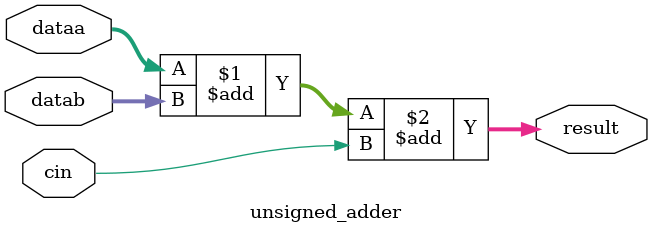
<source format=v>

module unsigned_adder
#(parameter WIDTH=16)
(
	input [WIDTH-1:0] dataa,
	input [WIDTH-1:0] datab,
	input cin,
	output [WIDTH:0] result
);

	assign result = dataa + datab + cin;

endmodule

</source>
